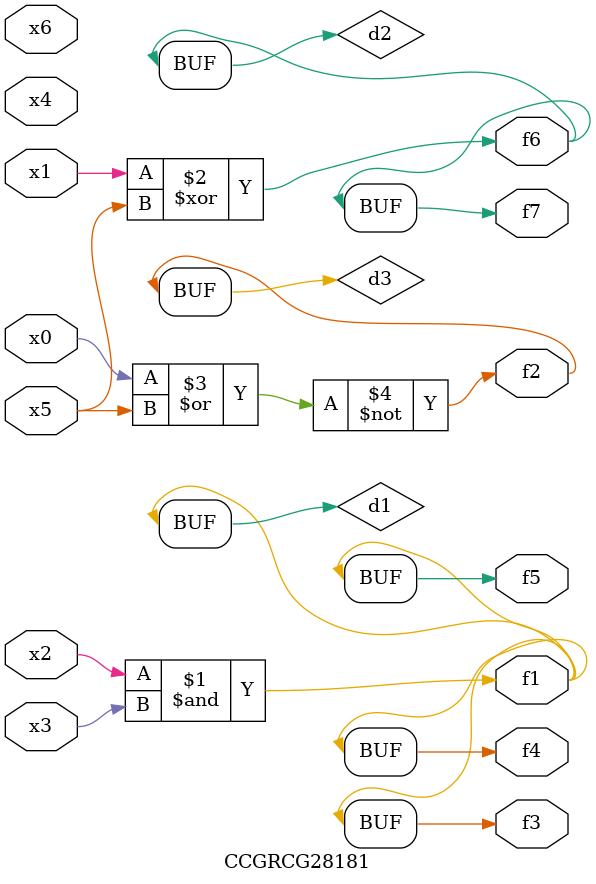
<source format=v>
module CCGRCG28181(
	input x0, x1, x2, x3, x4, x5, x6,
	output f1, f2, f3, f4, f5, f6, f7
);

	wire d1, d2, d3;

	and (d1, x2, x3);
	xor (d2, x1, x5);
	nor (d3, x0, x5);
	assign f1 = d1;
	assign f2 = d3;
	assign f3 = d1;
	assign f4 = d1;
	assign f5 = d1;
	assign f6 = d2;
	assign f7 = d2;
endmodule

</source>
